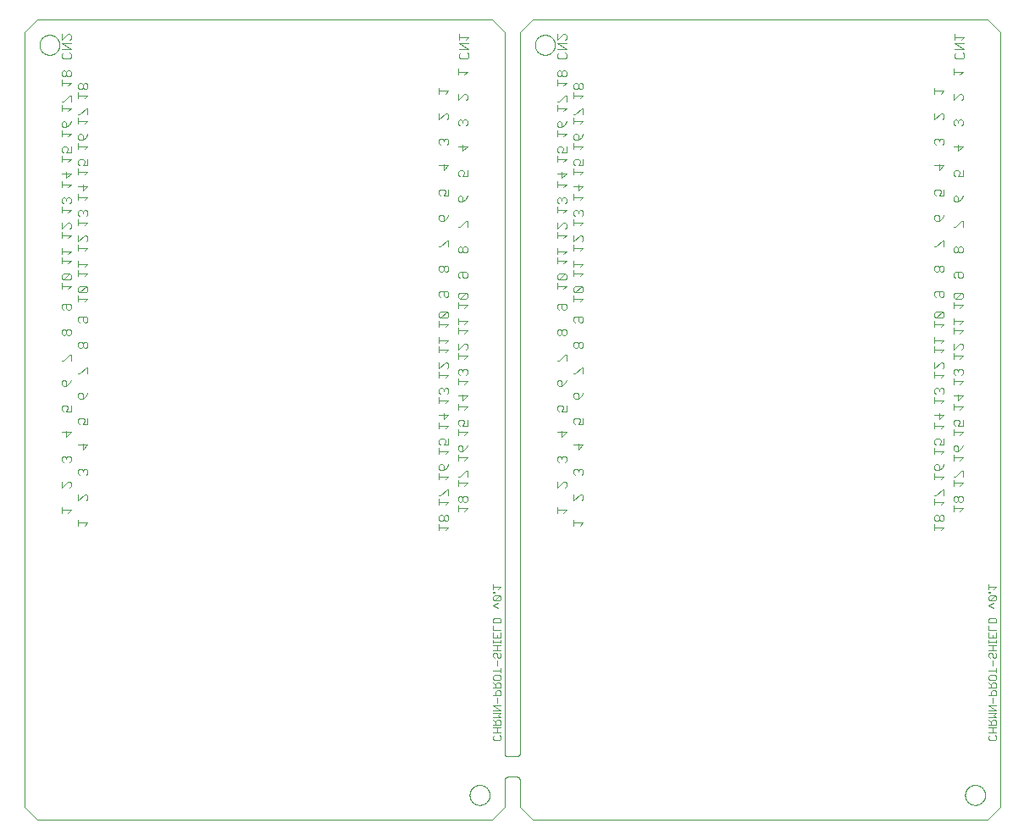
<source format=gbo>
G75*
%MOIN*%
%OFA0B0*%
%FSLAX25Y25*%
%IPPOS*%
%LPD*%
%AMOC8*
5,1,8,0,0,1.08239X$1,22.5*
%
%ADD10C,0.00000*%
%ADD11C,0.00300*%
D10*
X0001202Y0006000D02*
X0006202Y0001000D01*
X0185202Y0001000D01*
X0190202Y0006000D01*
X0190202Y0016750D01*
X0190204Y0016818D01*
X0190209Y0016885D01*
X0190218Y0016952D01*
X0190231Y0017019D01*
X0190248Y0017084D01*
X0190267Y0017149D01*
X0190291Y0017213D01*
X0190318Y0017275D01*
X0190348Y0017336D01*
X0190381Y0017394D01*
X0190417Y0017451D01*
X0190457Y0017506D01*
X0190499Y0017559D01*
X0190545Y0017610D01*
X0190592Y0017657D01*
X0190643Y0017703D01*
X0190696Y0017745D01*
X0190751Y0017785D01*
X0190808Y0017821D01*
X0190866Y0017854D01*
X0190927Y0017884D01*
X0190989Y0017911D01*
X0191053Y0017935D01*
X0191118Y0017954D01*
X0191183Y0017971D01*
X0191250Y0017984D01*
X0191317Y0017993D01*
X0191384Y0017998D01*
X0191452Y0018000D01*
X0194952Y0018000D01*
X0195020Y0017998D01*
X0195087Y0017993D01*
X0195154Y0017984D01*
X0195221Y0017971D01*
X0195286Y0017954D01*
X0195351Y0017935D01*
X0195415Y0017911D01*
X0195477Y0017884D01*
X0195538Y0017854D01*
X0195596Y0017821D01*
X0195653Y0017785D01*
X0195708Y0017745D01*
X0195761Y0017703D01*
X0195812Y0017657D01*
X0195859Y0017610D01*
X0195905Y0017559D01*
X0195947Y0017506D01*
X0195987Y0017451D01*
X0196023Y0017394D01*
X0196056Y0017336D01*
X0196086Y0017275D01*
X0196113Y0017213D01*
X0196137Y0017149D01*
X0196156Y0017084D01*
X0196173Y0017019D01*
X0196186Y0016952D01*
X0196195Y0016885D01*
X0196200Y0016818D01*
X0196202Y0016750D01*
X0196202Y0006000D01*
X0201202Y0001000D01*
X0380202Y0001000D01*
X0385202Y0006000D01*
X0385202Y0310962D01*
X0380203Y0315962D01*
X0201203Y0315999D01*
X0196202Y0310999D01*
X0196202Y0027250D01*
X0196200Y0027182D01*
X0196195Y0027115D01*
X0196186Y0027048D01*
X0196173Y0026981D01*
X0196156Y0026916D01*
X0196137Y0026851D01*
X0196113Y0026787D01*
X0196086Y0026725D01*
X0196056Y0026664D01*
X0196023Y0026606D01*
X0195987Y0026549D01*
X0195947Y0026494D01*
X0195905Y0026441D01*
X0195859Y0026390D01*
X0195812Y0026343D01*
X0195761Y0026297D01*
X0195708Y0026255D01*
X0195653Y0026215D01*
X0195596Y0026179D01*
X0195538Y0026146D01*
X0195477Y0026116D01*
X0195415Y0026089D01*
X0195351Y0026065D01*
X0195286Y0026046D01*
X0195221Y0026029D01*
X0195154Y0026016D01*
X0195087Y0026007D01*
X0195020Y0026002D01*
X0194952Y0026000D01*
X0191452Y0026000D01*
X0191384Y0026002D01*
X0191317Y0026007D01*
X0191250Y0026016D01*
X0191183Y0026029D01*
X0191118Y0026046D01*
X0191053Y0026065D01*
X0190989Y0026089D01*
X0190927Y0026116D01*
X0190866Y0026146D01*
X0190808Y0026179D01*
X0190751Y0026215D01*
X0190696Y0026255D01*
X0190643Y0026297D01*
X0190592Y0026343D01*
X0190545Y0026390D01*
X0190499Y0026441D01*
X0190457Y0026494D01*
X0190417Y0026549D01*
X0190381Y0026606D01*
X0190348Y0026664D01*
X0190318Y0026725D01*
X0190291Y0026787D01*
X0190267Y0026851D01*
X0190248Y0026916D01*
X0190231Y0026981D01*
X0190218Y0027048D01*
X0190209Y0027115D01*
X0190204Y0027182D01*
X0190202Y0027250D01*
X0190202Y0310962D01*
X0185203Y0315962D01*
X0006203Y0315999D01*
X0001202Y0310999D01*
X0001202Y0006000D01*
X0176423Y0010843D02*
X0176425Y0010968D01*
X0176431Y0011093D01*
X0176441Y0011217D01*
X0176455Y0011341D01*
X0176472Y0011465D01*
X0176494Y0011588D01*
X0176520Y0011710D01*
X0176549Y0011832D01*
X0176582Y0011952D01*
X0176620Y0012071D01*
X0176660Y0012190D01*
X0176705Y0012306D01*
X0176753Y0012421D01*
X0176805Y0012535D01*
X0176861Y0012647D01*
X0176920Y0012757D01*
X0176982Y0012865D01*
X0177048Y0012972D01*
X0177117Y0013076D01*
X0177190Y0013177D01*
X0177265Y0013277D01*
X0177344Y0013374D01*
X0177426Y0013468D01*
X0177511Y0013560D01*
X0177598Y0013649D01*
X0177689Y0013735D01*
X0177782Y0013818D01*
X0177878Y0013899D01*
X0177976Y0013976D01*
X0178076Y0014050D01*
X0178179Y0014121D01*
X0178284Y0014188D01*
X0178392Y0014253D01*
X0178501Y0014313D01*
X0178612Y0014371D01*
X0178725Y0014424D01*
X0178839Y0014474D01*
X0178955Y0014521D01*
X0179072Y0014563D01*
X0179191Y0014602D01*
X0179311Y0014638D01*
X0179432Y0014669D01*
X0179554Y0014697D01*
X0179676Y0014720D01*
X0179800Y0014740D01*
X0179924Y0014756D01*
X0180048Y0014768D01*
X0180173Y0014776D01*
X0180298Y0014780D01*
X0180422Y0014780D01*
X0180547Y0014776D01*
X0180672Y0014768D01*
X0180796Y0014756D01*
X0180920Y0014740D01*
X0181044Y0014720D01*
X0181166Y0014697D01*
X0181288Y0014669D01*
X0181409Y0014638D01*
X0181529Y0014602D01*
X0181648Y0014563D01*
X0181765Y0014521D01*
X0181881Y0014474D01*
X0181995Y0014424D01*
X0182108Y0014371D01*
X0182219Y0014313D01*
X0182329Y0014253D01*
X0182436Y0014188D01*
X0182541Y0014121D01*
X0182644Y0014050D01*
X0182744Y0013976D01*
X0182842Y0013899D01*
X0182938Y0013818D01*
X0183031Y0013735D01*
X0183122Y0013649D01*
X0183209Y0013560D01*
X0183294Y0013468D01*
X0183376Y0013374D01*
X0183455Y0013277D01*
X0183530Y0013177D01*
X0183603Y0013076D01*
X0183672Y0012972D01*
X0183738Y0012865D01*
X0183800Y0012757D01*
X0183859Y0012647D01*
X0183915Y0012535D01*
X0183967Y0012421D01*
X0184015Y0012306D01*
X0184060Y0012190D01*
X0184100Y0012071D01*
X0184138Y0011952D01*
X0184171Y0011832D01*
X0184200Y0011710D01*
X0184226Y0011588D01*
X0184248Y0011465D01*
X0184265Y0011341D01*
X0184279Y0011217D01*
X0184289Y0011093D01*
X0184295Y0010968D01*
X0184297Y0010843D01*
X0184295Y0010718D01*
X0184289Y0010593D01*
X0184279Y0010469D01*
X0184265Y0010345D01*
X0184248Y0010221D01*
X0184226Y0010098D01*
X0184200Y0009976D01*
X0184171Y0009854D01*
X0184138Y0009734D01*
X0184100Y0009615D01*
X0184060Y0009496D01*
X0184015Y0009380D01*
X0183967Y0009265D01*
X0183915Y0009151D01*
X0183859Y0009039D01*
X0183800Y0008929D01*
X0183738Y0008821D01*
X0183672Y0008714D01*
X0183603Y0008610D01*
X0183530Y0008509D01*
X0183455Y0008409D01*
X0183376Y0008312D01*
X0183294Y0008218D01*
X0183209Y0008126D01*
X0183122Y0008037D01*
X0183031Y0007951D01*
X0182938Y0007868D01*
X0182842Y0007787D01*
X0182744Y0007710D01*
X0182644Y0007636D01*
X0182541Y0007565D01*
X0182436Y0007498D01*
X0182328Y0007433D01*
X0182219Y0007373D01*
X0182108Y0007315D01*
X0181995Y0007262D01*
X0181881Y0007212D01*
X0181765Y0007165D01*
X0181648Y0007123D01*
X0181529Y0007084D01*
X0181409Y0007048D01*
X0181288Y0007017D01*
X0181166Y0006989D01*
X0181044Y0006966D01*
X0180920Y0006946D01*
X0180796Y0006930D01*
X0180672Y0006918D01*
X0180547Y0006910D01*
X0180422Y0006906D01*
X0180298Y0006906D01*
X0180173Y0006910D01*
X0180048Y0006918D01*
X0179924Y0006930D01*
X0179800Y0006946D01*
X0179676Y0006966D01*
X0179554Y0006989D01*
X0179432Y0007017D01*
X0179311Y0007048D01*
X0179191Y0007084D01*
X0179072Y0007123D01*
X0178955Y0007165D01*
X0178839Y0007212D01*
X0178725Y0007262D01*
X0178612Y0007315D01*
X0178501Y0007373D01*
X0178391Y0007433D01*
X0178284Y0007498D01*
X0178179Y0007565D01*
X0178076Y0007636D01*
X0177976Y0007710D01*
X0177878Y0007787D01*
X0177782Y0007868D01*
X0177689Y0007951D01*
X0177598Y0008037D01*
X0177511Y0008126D01*
X0177426Y0008218D01*
X0177344Y0008312D01*
X0177265Y0008409D01*
X0177190Y0008509D01*
X0177117Y0008610D01*
X0177048Y0008714D01*
X0176982Y0008821D01*
X0176920Y0008929D01*
X0176861Y0009039D01*
X0176805Y0009151D01*
X0176753Y0009265D01*
X0176705Y0009380D01*
X0176660Y0009496D01*
X0176620Y0009615D01*
X0176582Y0009734D01*
X0176549Y0009854D01*
X0176520Y0009976D01*
X0176494Y0010098D01*
X0176472Y0010221D01*
X0176455Y0010345D01*
X0176441Y0010469D01*
X0176431Y0010593D01*
X0176425Y0010718D01*
X0176423Y0010843D01*
X0371423Y0010843D02*
X0371425Y0010968D01*
X0371431Y0011093D01*
X0371441Y0011217D01*
X0371455Y0011341D01*
X0371472Y0011465D01*
X0371494Y0011588D01*
X0371520Y0011710D01*
X0371549Y0011832D01*
X0371582Y0011952D01*
X0371620Y0012071D01*
X0371660Y0012190D01*
X0371705Y0012306D01*
X0371753Y0012421D01*
X0371805Y0012535D01*
X0371861Y0012647D01*
X0371920Y0012757D01*
X0371982Y0012865D01*
X0372048Y0012972D01*
X0372117Y0013076D01*
X0372190Y0013177D01*
X0372265Y0013277D01*
X0372344Y0013374D01*
X0372426Y0013468D01*
X0372511Y0013560D01*
X0372598Y0013649D01*
X0372689Y0013735D01*
X0372782Y0013818D01*
X0372878Y0013899D01*
X0372976Y0013976D01*
X0373076Y0014050D01*
X0373179Y0014121D01*
X0373284Y0014188D01*
X0373392Y0014253D01*
X0373501Y0014313D01*
X0373612Y0014371D01*
X0373725Y0014424D01*
X0373839Y0014474D01*
X0373955Y0014521D01*
X0374072Y0014563D01*
X0374191Y0014602D01*
X0374311Y0014638D01*
X0374432Y0014669D01*
X0374554Y0014697D01*
X0374676Y0014720D01*
X0374800Y0014740D01*
X0374924Y0014756D01*
X0375048Y0014768D01*
X0375173Y0014776D01*
X0375298Y0014780D01*
X0375422Y0014780D01*
X0375547Y0014776D01*
X0375672Y0014768D01*
X0375796Y0014756D01*
X0375920Y0014740D01*
X0376044Y0014720D01*
X0376166Y0014697D01*
X0376288Y0014669D01*
X0376409Y0014638D01*
X0376529Y0014602D01*
X0376648Y0014563D01*
X0376765Y0014521D01*
X0376881Y0014474D01*
X0376995Y0014424D01*
X0377108Y0014371D01*
X0377219Y0014313D01*
X0377329Y0014253D01*
X0377436Y0014188D01*
X0377541Y0014121D01*
X0377644Y0014050D01*
X0377744Y0013976D01*
X0377842Y0013899D01*
X0377938Y0013818D01*
X0378031Y0013735D01*
X0378122Y0013649D01*
X0378209Y0013560D01*
X0378294Y0013468D01*
X0378376Y0013374D01*
X0378455Y0013277D01*
X0378530Y0013177D01*
X0378603Y0013076D01*
X0378672Y0012972D01*
X0378738Y0012865D01*
X0378800Y0012757D01*
X0378859Y0012647D01*
X0378915Y0012535D01*
X0378967Y0012421D01*
X0379015Y0012306D01*
X0379060Y0012190D01*
X0379100Y0012071D01*
X0379138Y0011952D01*
X0379171Y0011832D01*
X0379200Y0011710D01*
X0379226Y0011588D01*
X0379248Y0011465D01*
X0379265Y0011341D01*
X0379279Y0011217D01*
X0379289Y0011093D01*
X0379295Y0010968D01*
X0379297Y0010843D01*
X0379295Y0010718D01*
X0379289Y0010593D01*
X0379279Y0010469D01*
X0379265Y0010345D01*
X0379248Y0010221D01*
X0379226Y0010098D01*
X0379200Y0009976D01*
X0379171Y0009854D01*
X0379138Y0009734D01*
X0379100Y0009615D01*
X0379060Y0009496D01*
X0379015Y0009380D01*
X0378967Y0009265D01*
X0378915Y0009151D01*
X0378859Y0009039D01*
X0378800Y0008929D01*
X0378738Y0008821D01*
X0378672Y0008714D01*
X0378603Y0008610D01*
X0378530Y0008509D01*
X0378455Y0008409D01*
X0378376Y0008312D01*
X0378294Y0008218D01*
X0378209Y0008126D01*
X0378122Y0008037D01*
X0378031Y0007951D01*
X0377938Y0007868D01*
X0377842Y0007787D01*
X0377744Y0007710D01*
X0377644Y0007636D01*
X0377541Y0007565D01*
X0377436Y0007498D01*
X0377328Y0007433D01*
X0377219Y0007373D01*
X0377108Y0007315D01*
X0376995Y0007262D01*
X0376881Y0007212D01*
X0376765Y0007165D01*
X0376648Y0007123D01*
X0376529Y0007084D01*
X0376409Y0007048D01*
X0376288Y0007017D01*
X0376166Y0006989D01*
X0376044Y0006966D01*
X0375920Y0006946D01*
X0375796Y0006930D01*
X0375672Y0006918D01*
X0375547Y0006910D01*
X0375422Y0006906D01*
X0375298Y0006906D01*
X0375173Y0006910D01*
X0375048Y0006918D01*
X0374924Y0006930D01*
X0374800Y0006946D01*
X0374676Y0006966D01*
X0374554Y0006989D01*
X0374432Y0007017D01*
X0374311Y0007048D01*
X0374191Y0007084D01*
X0374072Y0007123D01*
X0373955Y0007165D01*
X0373839Y0007212D01*
X0373725Y0007262D01*
X0373612Y0007315D01*
X0373501Y0007373D01*
X0373391Y0007433D01*
X0373284Y0007498D01*
X0373179Y0007565D01*
X0373076Y0007636D01*
X0372976Y0007710D01*
X0372878Y0007787D01*
X0372782Y0007868D01*
X0372689Y0007951D01*
X0372598Y0008037D01*
X0372511Y0008126D01*
X0372426Y0008218D01*
X0372344Y0008312D01*
X0372265Y0008409D01*
X0372190Y0008509D01*
X0372117Y0008610D01*
X0372048Y0008714D01*
X0371982Y0008821D01*
X0371920Y0008929D01*
X0371861Y0009039D01*
X0371805Y0009151D01*
X0371753Y0009265D01*
X0371705Y0009380D01*
X0371660Y0009496D01*
X0371620Y0009615D01*
X0371582Y0009734D01*
X0371549Y0009854D01*
X0371520Y0009976D01*
X0371494Y0010098D01*
X0371472Y0010221D01*
X0371455Y0010345D01*
X0371441Y0010469D01*
X0371431Y0010593D01*
X0371425Y0010718D01*
X0371423Y0010843D01*
X0202132Y0306118D02*
X0202134Y0306243D01*
X0202140Y0306368D01*
X0202150Y0306492D01*
X0202164Y0306616D01*
X0202181Y0306740D01*
X0202203Y0306863D01*
X0202229Y0306985D01*
X0202258Y0307107D01*
X0202291Y0307227D01*
X0202329Y0307346D01*
X0202369Y0307465D01*
X0202414Y0307581D01*
X0202462Y0307696D01*
X0202514Y0307810D01*
X0202570Y0307922D01*
X0202629Y0308032D01*
X0202691Y0308140D01*
X0202757Y0308247D01*
X0202826Y0308351D01*
X0202899Y0308452D01*
X0202974Y0308552D01*
X0203053Y0308649D01*
X0203135Y0308743D01*
X0203220Y0308835D01*
X0203307Y0308924D01*
X0203398Y0309010D01*
X0203491Y0309093D01*
X0203587Y0309174D01*
X0203685Y0309251D01*
X0203785Y0309325D01*
X0203888Y0309396D01*
X0203993Y0309463D01*
X0204101Y0309528D01*
X0204210Y0309588D01*
X0204321Y0309646D01*
X0204434Y0309699D01*
X0204548Y0309749D01*
X0204664Y0309796D01*
X0204781Y0309838D01*
X0204900Y0309877D01*
X0205020Y0309913D01*
X0205141Y0309944D01*
X0205263Y0309972D01*
X0205385Y0309995D01*
X0205509Y0310015D01*
X0205633Y0310031D01*
X0205757Y0310043D01*
X0205882Y0310051D01*
X0206007Y0310055D01*
X0206131Y0310055D01*
X0206256Y0310051D01*
X0206381Y0310043D01*
X0206505Y0310031D01*
X0206629Y0310015D01*
X0206753Y0309995D01*
X0206875Y0309972D01*
X0206997Y0309944D01*
X0207118Y0309913D01*
X0207238Y0309877D01*
X0207357Y0309838D01*
X0207474Y0309796D01*
X0207590Y0309749D01*
X0207704Y0309699D01*
X0207817Y0309646D01*
X0207928Y0309588D01*
X0208038Y0309528D01*
X0208145Y0309463D01*
X0208250Y0309396D01*
X0208353Y0309325D01*
X0208453Y0309251D01*
X0208551Y0309174D01*
X0208647Y0309093D01*
X0208740Y0309010D01*
X0208831Y0308924D01*
X0208918Y0308835D01*
X0209003Y0308743D01*
X0209085Y0308649D01*
X0209164Y0308552D01*
X0209239Y0308452D01*
X0209312Y0308351D01*
X0209381Y0308247D01*
X0209447Y0308140D01*
X0209509Y0308032D01*
X0209568Y0307922D01*
X0209624Y0307810D01*
X0209676Y0307696D01*
X0209724Y0307581D01*
X0209769Y0307465D01*
X0209809Y0307346D01*
X0209847Y0307227D01*
X0209880Y0307107D01*
X0209909Y0306985D01*
X0209935Y0306863D01*
X0209957Y0306740D01*
X0209974Y0306616D01*
X0209988Y0306492D01*
X0209998Y0306368D01*
X0210004Y0306243D01*
X0210006Y0306118D01*
X0210004Y0305993D01*
X0209998Y0305868D01*
X0209988Y0305744D01*
X0209974Y0305620D01*
X0209957Y0305496D01*
X0209935Y0305373D01*
X0209909Y0305251D01*
X0209880Y0305129D01*
X0209847Y0305009D01*
X0209809Y0304890D01*
X0209769Y0304771D01*
X0209724Y0304655D01*
X0209676Y0304540D01*
X0209624Y0304426D01*
X0209568Y0304314D01*
X0209509Y0304204D01*
X0209447Y0304096D01*
X0209381Y0303989D01*
X0209312Y0303885D01*
X0209239Y0303784D01*
X0209164Y0303684D01*
X0209085Y0303587D01*
X0209003Y0303493D01*
X0208918Y0303401D01*
X0208831Y0303312D01*
X0208740Y0303226D01*
X0208647Y0303143D01*
X0208551Y0303062D01*
X0208453Y0302985D01*
X0208353Y0302911D01*
X0208250Y0302840D01*
X0208145Y0302773D01*
X0208037Y0302708D01*
X0207928Y0302648D01*
X0207817Y0302590D01*
X0207704Y0302537D01*
X0207590Y0302487D01*
X0207474Y0302440D01*
X0207357Y0302398D01*
X0207238Y0302359D01*
X0207118Y0302323D01*
X0206997Y0302292D01*
X0206875Y0302264D01*
X0206753Y0302241D01*
X0206629Y0302221D01*
X0206505Y0302205D01*
X0206381Y0302193D01*
X0206256Y0302185D01*
X0206131Y0302181D01*
X0206007Y0302181D01*
X0205882Y0302185D01*
X0205757Y0302193D01*
X0205633Y0302205D01*
X0205509Y0302221D01*
X0205385Y0302241D01*
X0205263Y0302264D01*
X0205141Y0302292D01*
X0205020Y0302323D01*
X0204900Y0302359D01*
X0204781Y0302398D01*
X0204664Y0302440D01*
X0204548Y0302487D01*
X0204434Y0302537D01*
X0204321Y0302590D01*
X0204210Y0302648D01*
X0204100Y0302708D01*
X0203993Y0302773D01*
X0203888Y0302840D01*
X0203785Y0302911D01*
X0203685Y0302985D01*
X0203587Y0303062D01*
X0203491Y0303143D01*
X0203398Y0303226D01*
X0203307Y0303312D01*
X0203220Y0303401D01*
X0203135Y0303493D01*
X0203053Y0303587D01*
X0202974Y0303684D01*
X0202899Y0303784D01*
X0202826Y0303885D01*
X0202757Y0303989D01*
X0202691Y0304096D01*
X0202629Y0304204D01*
X0202570Y0304314D01*
X0202514Y0304426D01*
X0202462Y0304540D01*
X0202414Y0304655D01*
X0202369Y0304771D01*
X0202329Y0304890D01*
X0202291Y0305009D01*
X0202258Y0305129D01*
X0202229Y0305251D01*
X0202203Y0305373D01*
X0202181Y0305496D01*
X0202164Y0305620D01*
X0202150Y0305744D01*
X0202140Y0305868D01*
X0202134Y0305993D01*
X0202132Y0306118D01*
X0007132Y0306118D02*
X0007134Y0306243D01*
X0007140Y0306368D01*
X0007150Y0306492D01*
X0007164Y0306616D01*
X0007181Y0306740D01*
X0007203Y0306863D01*
X0007229Y0306985D01*
X0007258Y0307107D01*
X0007291Y0307227D01*
X0007329Y0307346D01*
X0007369Y0307465D01*
X0007414Y0307581D01*
X0007462Y0307696D01*
X0007514Y0307810D01*
X0007570Y0307922D01*
X0007629Y0308032D01*
X0007691Y0308140D01*
X0007757Y0308247D01*
X0007826Y0308351D01*
X0007899Y0308452D01*
X0007974Y0308552D01*
X0008053Y0308649D01*
X0008135Y0308743D01*
X0008220Y0308835D01*
X0008307Y0308924D01*
X0008398Y0309010D01*
X0008491Y0309093D01*
X0008587Y0309174D01*
X0008685Y0309251D01*
X0008785Y0309325D01*
X0008888Y0309396D01*
X0008993Y0309463D01*
X0009101Y0309528D01*
X0009210Y0309588D01*
X0009321Y0309646D01*
X0009434Y0309699D01*
X0009548Y0309749D01*
X0009664Y0309796D01*
X0009781Y0309838D01*
X0009900Y0309877D01*
X0010020Y0309913D01*
X0010141Y0309944D01*
X0010263Y0309972D01*
X0010385Y0309995D01*
X0010509Y0310015D01*
X0010633Y0310031D01*
X0010757Y0310043D01*
X0010882Y0310051D01*
X0011007Y0310055D01*
X0011131Y0310055D01*
X0011256Y0310051D01*
X0011381Y0310043D01*
X0011505Y0310031D01*
X0011629Y0310015D01*
X0011753Y0309995D01*
X0011875Y0309972D01*
X0011997Y0309944D01*
X0012118Y0309913D01*
X0012238Y0309877D01*
X0012357Y0309838D01*
X0012474Y0309796D01*
X0012590Y0309749D01*
X0012704Y0309699D01*
X0012817Y0309646D01*
X0012928Y0309588D01*
X0013038Y0309528D01*
X0013145Y0309463D01*
X0013250Y0309396D01*
X0013353Y0309325D01*
X0013453Y0309251D01*
X0013551Y0309174D01*
X0013647Y0309093D01*
X0013740Y0309010D01*
X0013831Y0308924D01*
X0013918Y0308835D01*
X0014003Y0308743D01*
X0014085Y0308649D01*
X0014164Y0308552D01*
X0014239Y0308452D01*
X0014312Y0308351D01*
X0014381Y0308247D01*
X0014447Y0308140D01*
X0014509Y0308032D01*
X0014568Y0307922D01*
X0014624Y0307810D01*
X0014676Y0307696D01*
X0014724Y0307581D01*
X0014769Y0307465D01*
X0014809Y0307346D01*
X0014847Y0307227D01*
X0014880Y0307107D01*
X0014909Y0306985D01*
X0014935Y0306863D01*
X0014957Y0306740D01*
X0014974Y0306616D01*
X0014988Y0306492D01*
X0014998Y0306368D01*
X0015004Y0306243D01*
X0015006Y0306118D01*
X0015004Y0305993D01*
X0014998Y0305868D01*
X0014988Y0305744D01*
X0014974Y0305620D01*
X0014957Y0305496D01*
X0014935Y0305373D01*
X0014909Y0305251D01*
X0014880Y0305129D01*
X0014847Y0305009D01*
X0014809Y0304890D01*
X0014769Y0304771D01*
X0014724Y0304655D01*
X0014676Y0304540D01*
X0014624Y0304426D01*
X0014568Y0304314D01*
X0014509Y0304204D01*
X0014447Y0304096D01*
X0014381Y0303989D01*
X0014312Y0303885D01*
X0014239Y0303784D01*
X0014164Y0303684D01*
X0014085Y0303587D01*
X0014003Y0303493D01*
X0013918Y0303401D01*
X0013831Y0303312D01*
X0013740Y0303226D01*
X0013647Y0303143D01*
X0013551Y0303062D01*
X0013453Y0302985D01*
X0013353Y0302911D01*
X0013250Y0302840D01*
X0013145Y0302773D01*
X0013037Y0302708D01*
X0012928Y0302648D01*
X0012817Y0302590D01*
X0012704Y0302537D01*
X0012590Y0302487D01*
X0012474Y0302440D01*
X0012357Y0302398D01*
X0012238Y0302359D01*
X0012118Y0302323D01*
X0011997Y0302292D01*
X0011875Y0302264D01*
X0011753Y0302241D01*
X0011629Y0302221D01*
X0011505Y0302205D01*
X0011381Y0302193D01*
X0011256Y0302185D01*
X0011131Y0302181D01*
X0011007Y0302181D01*
X0010882Y0302185D01*
X0010757Y0302193D01*
X0010633Y0302205D01*
X0010509Y0302221D01*
X0010385Y0302241D01*
X0010263Y0302264D01*
X0010141Y0302292D01*
X0010020Y0302323D01*
X0009900Y0302359D01*
X0009781Y0302398D01*
X0009664Y0302440D01*
X0009548Y0302487D01*
X0009434Y0302537D01*
X0009321Y0302590D01*
X0009210Y0302648D01*
X0009100Y0302708D01*
X0008993Y0302773D01*
X0008888Y0302840D01*
X0008785Y0302911D01*
X0008685Y0302985D01*
X0008587Y0303062D01*
X0008491Y0303143D01*
X0008398Y0303226D01*
X0008307Y0303312D01*
X0008220Y0303401D01*
X0008135Y0303493D01*
X0008053Y0303587D01*
X0007974Y0303684D01*
X0007899Y0303784D01*
X0007826Y0303885D01*
X0007757Y0303989D01*
X0007691Y0304096D01*
X0007629Y0304204D01*
X0007570Y0304314D01*
X0007514Y0304426D01*
X0007462Y0304540D01*
X0007414Y0304655D01*
X0007369Y0304771D01*
X0007329Y0304890D01*
X0007291Y0305009D01*
X0007258Y0305129D01*
X0007229Y0305251D01*
X0007203Y0305373D01*
X0007181Y0305496D01*
X0007164Y0305620D01*
X0007150Y0305744D01*
X0007140Y0305868D01*
X0007134Y0305993D01*
X0007132Y0306118D01*
D11*
X0015852Y0306777D02*
X0019556Y0306777D01*
X0018938Y0307992D02*
X0019556Y0308609D01*
X0019556Y0309843D01*
X0018938Y0310460D01*
X0018321Y0310460D01*
X0015852Y0307992D01*
X0015852Y0310460D01*
X0015852Y0306777D02*
X0019556Y0304308D01*
X0015852Y0304308D01*
X0016470Y0303094D02*
X0015852Y0302477D01*
X0015852Y0301242D01*
X0016470Y0300625D01*
X0018938Y0300625D01*
X0019556Y0301242D01*
X0019556Y0302477D01*
X0018938Y0303094D01*
X0018938Y0296119D02*
X0018321Y0296119D01*
X0017704Y0295502D01*
X0017704Y0294267D01*
X0018321Y0293650D01*
X0018938Y0293650D01*
X0019556Y0294267D01*
X0019556Y0295502D01*
X0018938Y0296119D01*
X0017704Y0295502D02*
X0017087Y0296119D01*
X0016470Y0296119D01*
X0015852Y0295502D01*
X0015852Y0294267D01*
X0016470Y0293650D01*
X0017087Y0293650D01*
X0017704Y0294267D01*
X0015852Y0292436D02*
X0015852Y0289967D01*
X0015852Y0291201D02*
X0019556Y0291201D01*
X0018321Y0289967D01*
X0018938Y0286119D02*
X0016470Y0283650D01*
X0015852Y0283650D01*
X0015852Y0282436D02*
X0015852Y0279967D01*
X0015852Y0281201D02*
X0019556Y0281201D01*
X0018321Y0279967D01*
X0019556Y0283650D02*
X0019556Y0286119D01*
X0018938Y0286119D01*
X0022352Y0286201D02*
X0026056Y0286201D01*
X0024821Y0284967D01*
X0022352Y0284967D02*
X0022352Y0287436D01*
X0022970Y0288650D02*
X0023587Y0288650D01*
X0024204Y0289267D01*
X0024204Y0290502D01*
X0023587Y0291119D01*
X0022970Y0291119D01*
X0022352Y0290502D01*
X0022352Y0289267D01*
X0022970Y0288650D01*
X0024204Y0289267D02*
X0024821Y0288650D01*
X0025438Y0288650D01*
X0026056Y0289267D01*
X0026056Y0290502D01*
X0025438Y0291119D01*
X0024821Y0291119D01*
X0024204Y0290502D01*
X0025438Y0281119D02*
X0022970Y0278650D01*
X0022352Y0278650D01*
X0022352Y0277436D02*
X0022352Y0274967D01*
X0022352Y0276201D02*
X0026056Y0276201D01*
X0024821Y0274967D01*
X0026056Y0278650D02*
X0026056Y0281119D01*
X0025438Y0281119D01*
X0019556Y0276119D02*
X0018938Y0274884D01*
X0017704Y0273650D01*
X0017704Y0275502D01*
X0017087Y0276119D01*
X0016470Y0276119D01*
X0015852Y0275502D01*
X0015852Y0274267D01*
X0016470Y0273650D01*
X0017704Y0273650D01*
X0015852Y0272436D02*
X0015852Y0269967D01*
X0015852Y0271201D02*
X0019556Y0271201D01*
X0018321Y0269967D01*
X0022352Y0270502D02*
X0022352Y0269267D01*
X0022970Y0268650D01*
X0024204Y0268650D01*
X0024204Y0270502D01*
X0023587Y0271119D01*
X0022970Y0271119D01*
X0022352Y0270502D01*
X0024204Y0268650D02*
X0025438Y0269884D01*
X0026056Y0271119D01*
X0022352Y0267436D02*
X0022352Y0264967D01*
X0022352Y0266201D02*
X0026056Y0266201D01*
X0024821Y0264967D01*
X0024204Y0261119D02*
X0022970Y0261119D01*
X0022352Y0260502D01*
X0022352Y0259267D01*
X0022970Y0258650D01*
X0024204Y0258650D02*
X0024821Y0259884D01*
X0024821Y0260502D01*
X0024204Y0261119D01*
X0026056Y0261119D02*
X0026056Y0258650D01*
X0024204Y0258650D01*
X0022352Y0257436D02*
X0022352Y0254967D01*
X0022352Y0256201D02*
X0026056Y0256201D01*
X0024821Y0254967D01*
X0024204Y0251119D02*
X0024204Y0248650D01*
X0026056Y0250502D01*
X0022352Y0250502D01*
X0019556Y0251201D02*
X0015852Y0251201D01*
X0015852Y0249967D02*
X0015852Y0252436D01*
X0017704Y0253650D02*
X0017704Y0256119D01*
X0019556Y0255502D02*
X0017704Y0253650D01*
X0015852Y0255502D02*
X0019556Y0255502D01*
X0019556Y0251201D02*
X0018321Y0249967D01*
X0018321Y0246119D02*
X0017704Y0245502D01*
X0017087Y0246119D01*
X0016470Y0246119D01*
X0015852Y0245502D01*
X0015852Y0244267D01*
X0016470Y0243650D01*
X0015852Y0242436D02*
X0015852Y0239967D01*
X0015852Y0241201D02*
X0019556Y0241201D01*
X0018321Y0239967D01*
X0018938Y0243650D02*
X0019556Y0244267D01*
X0019556Y0245502D01*
X0018938Y0246119D01*
X0018321Y0246119D01*
X0017704Y0245502D02*
X0017704Y0244884D01*
X0022352Y0244967D02*
X0022352Y0247436D01*
X0022352Y0246201D02*
X0026056Y0246201D01*
X0024821Y0244967D01*
X0024821Y0241119D02*
X0024204Y0240502D01*
X0023587Y0241119D01*
X0022970Y0241119D01*
X0022352Y0240502D01*
X0022352Y0239267D01*
X0022970Y0238650D01*
X0022352Y0237436D02*
X0022352Y0234967D01*
X0022352Y0236201D02*
X0026056Y0236201D01*
X0024821Y0234967D01*
X0025438Y0238650D02*
X0026056Y0239267D01*
X0026056Y0240502D01*
X0025438Y0241119D01*
X0024821Y0241119D01*
X0024204Y0240502D02*
X0024204Y0239884D01*
X0019556Y0235502D02*
X0019556Y0234267D01*
X0018938Y0233650D01*
X0019556Y0235502D02*
X0018938Y0236119D01*
X0018321Y0236119D01*
X0015852Y0233650D01*
X0015852Y0236119D01*
X0015852Y0232436D02*
X0015852Y0229967D01*
X0015852Y0231201D02*
X0019556Y0231201D01*
X0018321Y0229967D01*
X0022352Y0231119D02*
X0022352Y0228650D01*
X0024821Y0231119D01*
X0025438Y0231119D01*
X0026056Y0230502D01*
X0026056Y0229267D01*
X0025438Y0228650D01*
X0026056Y0226201D02*
X0022352Y0226201D01*
X0022352Y0224967D02*
X0022352Y0227436D01*
X0024821Y0224967D02*
X0026056Y0226201D01*
X0019556Y0224884D02*
X0015852Y0224884D01*
X0015852Y0223650D02*
X0015852Y0226119D01*
X0018321Y0223650D02*
X0019556Y0224884D01*
X0019556Y0221201D02*
X0015852Y0221201D01*
X0015852Y0219967D02*
X0015852Y0222436D01*
X0018321Y0219967D02*
X0019556Y0221201D01*
X0022352Y0221119D02*
X0022352Y0218650D01*
X0022352Y0217436D02*
X0022352Y0214967D01*
X0022352Y0216201D02*
X0026056Y0216201D01*
X0024821Y0214967D01*
X0024821Y0218650D02*
X0026056Y0219884D01*
X0022352Y0219884D01*
X0018938Y0216119D02*
X0016470Y0213650D01*
X0015852Y0214267D01*
X0015852Y0215502D01*
X0016470Y0216119D01*
X0018938Y0216119D01*
X0019556Y0215502D01*
X0019556Y0214267D01*
X0018938Y0213650D01*
X0016470Y0213650D01*
X0015852Y0212436D02*
X0015852Y0209967D01*
X0015852Y0211201D02*
X0019556Y0211201D01*
X0018321Y0209967D01*
X0022352Y0210502D02*
X0022352Y0209267D01*
X0022970Y0208650D01*
X0025438Y0211119D01*
X0022970Y0211119D01*
X0022352Y0210502D01*
X0022970Y0208650D02*
X0025438Y0208650D01*
X0026056Y0209267D01*
X0026056Y0210502D01*
X0025438Y0211119D01*
X0022352Y0207436D02*
X0022352Y0204967D01*
X0022352Y0206201D02*
X0026056Y0206201D01*
X0024821Y0204967D01*
X0019556Y0203660D02*
X0019556Y0202426D01*
X0018938Y0201808D01*
X0018321Y0201808D01*
X0017704Y0202426D01*
X0017704Y0204277D01*
X0018938Y0204277D02*
X0019556Y0203660D01*
X0018938Y0204277D02*
X0016470Y0204277D01*
X0015852Y0203660D01*
X0015852Y0202426D01*
X0016470Y0201808D01*
X0022352Y0198660D02*
X0022970Y0199277D01*
X0025438Y0199277D01*
X0026056Y0198660D01*
X0026056Y0197426D01*
X0025438Y0196808D01*
X0024821Y0196808D01*
X0024204Y0197426D01*
X0024204Y0199277D01*
X0022352Y0198660D02*
X0022352Y0197426D01*
X0022970Y0196808D01*
X0019556Y0193660D02*
X0018938Y0194277D01*
X0018321Y0194277D01*
X0017704Y0193660D01*
X0017704Y0192426D01*
X0018321Y0191808D01*
X0018938Y0191808D01*
X0019556Y0192426D01*
X0019556Y0193660D01*
X0017704Y0193660D02*
X0017087Y0194277D01*
X0016470Y0194277D01*
X0015852Y0193660D01*
X0015852Y0192426D01*
X0016470Y0191808D01*
X0017087Y0191808D01*
X0017704Y0192426D01*
X0022352Y0188660D02*
X0022352Y0187426D01*
X0022970Y0186808D01*
X0023587Y0186808D01*
X0024204Y0187426D01*
X0024204Y0188660D01*
X0023587Y0189277D01*
X0022970Y0189277D01*
X0022352Y0188660D01*
X0024204Y0188660D02*
X0024821Y0189277D01*
X0025438Y0189277D01*
X0026056Y0188660D01*
X0026056Y0187426D01*
X0025438Y0186808D01*
X0024821Y0186808D01*
X0024204Y0187426D01*
X0019556Y0184277D02*
X0018938Y0184277D01*
X0016470Y0181808D01*
X0015852Y0181808D01*
X0019556Y0181808D02*
X0019556Y0184277D01*
X0025438Y0179277D02*
X0022970Y0176808D01*
X0022352Y0176808D01*
X0026056Y0176808D02*
X0026056Y0179277D01*
X0025438Y0179277D01*
X0019556Y0174277D02*
X0018938Y0173043D01*
X0017704Y0171808D01*
X0017704Y0173660D01*
X0017087Y0174277D01*
X0016470Y0174277D01*
X0015852Y0173660D01*
X0015852Y0172426D01*
X0016470Y0171808D01*
X0017704Y0171808D01*
X0022352Y0168660D02*
X0022970Y0169277D01*
X0023587Y0169277D01*
X0024204Y0168660D01*
X0024204Y0166808D01*
X0022970Y0166808D01*
X0022352Y0167426D01*
X0022352Y0168660D01*
X0024204Y0166808D02*
X0025438Y0168043D01*
X0026056Y0169277D01*
X0019556Y0164277D02*
X0019556Y0161808D01*
X0017704Y0161808D01*
X0018321Y0163043D01*
X0018321Y0163660D01*
X0017704Y0164277D01*
X0016470Y0164277D01*
X0015852Y0163660D01*
X0015852Y0162426D01*
X0016470Y0161808D01*
X0022352Y0158660D02*
X0022352Y0157426D01*
X0022970Y0156808D01*
X0024204Y0156808D02*
X0024821Y0158043D01*
X0024821Y0158660D01*
X0024204Y0159277D01*
X0022970Y0159277D01*
X0022352Y0158660D01*
X0024204Y0156808D02*
X0026056Y0156808D01*
X0026056Y0159277D01*
X0019556Y0153660D02*
X0015852Y0153660D01*
X0017704Y0154277D02*
X0017704Y0151808D01*
X0019556Y0153660D01*
X0024204Y0149277D02*
X0024204Y0146808D01*
X0026056Y0148660D01*
X0022352Y0148660D01*
X0018938Y0144277D02*
X0018321Y0144277D01*
X0017704Y0143660D01*
X0017087Y0144277D01*
X0016470Y0144277D01*
X0015852Y0143660D01*
X0015852Y0142426D01*
X0016470Y0141808D01*
X0017704Y0143043D02*
X0017704Y0143660D01*
X0018938Y0144277D02*
X0019556Y0143660D01*
X0019556Y0142426D01*
X0018938Y0141808D01*
X0022352Y0138660D02*
X0022352Y0137426D01*
X0022970Y0136808D01*
X0024204Y0138043D02*
X0024204Y0138660D01*
X0023587Y0139277D01*
X0022970Y0139277D01*
X0022352Y0138660D01*
X0024204Y0138660D02*
X0024821Y0139277D01*
X0025438Y0139277D01*
X0026056Y0138660D01*
X0026056Y0137426D01*
X0025438Y0136808D01*
X0019556Y0133660D02*
X0019556Y0132426D01*
X0018938Y0131808D01*
X0019556Y0133660D02*
X0018938Y0134277D01*
X0018321Y0134277D01*
X0015852Y0131808D01*
X0015852Y0134277D01*
X0022352Y0129277D02*
X0022352Y0126808D01*
X0024821Y0129277D01*
X0025438Y0129277D01*
X0026056Y0128660D01*
X0026056Y0127426D01*
X0025438Y0126808D01*
X0019556Y0123043D02*
X0015852Y0123043D01*
X0015852Y0124277D02*
X0015852Y0121808D01*
X0018321Y0121808D02*
X0019556Y0123043D01*
X0022352Y0119277D02*
X0022352Y0116808D01*
X0022352Y0118043D02*
X0026056Y0118043D01*
X0024821Y0116808D01*
X0164352Y0116201D02*
X0168056Y0116201D01*
X0166821Y0114967D01*
X0164352Y0114967D02*
X0164352Y0117436D01*
X0164970Y0118650D02*
X0165587Y0118650D01*
X0166204Y0119267D01*
X0166204Y0120502D01*
X0165587Y0121119D01*
X0164970Y0121119D01*
X0164352Y0120502D01*
X0164352Y0119267D01*
X0164970Y0118650D01*
X0166204Y0119267D02*
X0166821Y0118650D01*
X0167438Y0118650D01*
X0168056Y0119267D01*
X0168056Y0120502D01*
X0167438Y0121119D01*
X0166821Y0121119D01*
X0166204Y0120502D01*
X0166821Y0124967D02*
X0168056Y0126201D01*
X0164352Y0126201D01*
X0164352Y0124967D02*
X0164352Y0127436D01*
X0164352Y0128650D02*
X0164970Y0128650D01*
X0167438Y0131119D01*
X0168056Y0131119D01*
X0168056Y0128650D01*
X0171852Y0128002D02*
X0171852Y0126767D01*
X0172470Y0126150D01*
X0173087Y0126150D01*
X0173704Y0126767D01*
X0173704Y0128002D01*
X0173087Y0128619D01*
X0172470Y0128619D01*
X0171852Y0128002D01*
X0173704Y0128002D02*
X0174321Y0128619D01*
X0174938Y0128619D01*
X0175556Y0128002D01*
X0175556Y0126767D01*
X0174938Y0126150D01*
X0174321Y0126150D01*
X0173704Y0126767D01*
X0171852Y0124936D02*
X0171852Y0122467D01*
X0171852Y0123701D02*
X0175556Y0123701D01*
X0174321Y0122467D01*
X0174321Y0132467D02*
X0175556Y0133701D01*
X0171852Y0133701D01*
X0171852Y0132467D02*
X0171852Y0134936D01*
X0171852Y0136150D02*
X0172470Y0136150D01*
X0174938Y0138619D01*
X0175556Y0138619D01*
X0175556Y0136150D01*
X0174321Y0142467D02*
X0175556Y0143701D01*
X0171852Y0143701D01*
X0171852Y0142467D02*
X0171852Y0144936D01*
X0172470Y0146150D02*
X0171852Y0146767D01*
X0171852Y0148002D01*
X0172470Y0148619D01*
X0173087Y0148619D01*
X0173704Y0148002D01*
X0173704Y0146150D01*
X0172470Y0146150D01*
X0173704Y0146150D02*
X0174938Y0147384D01*
X0175556Y0148619D01*
X0174321Y0152467D02*
X0175556Y0153701D01*
X0171852Y0153701D01*
X0171852Y0152467D02*
X0171852Y0154936D01*
X0172470Y0156150D02*
X0171852Y0156767D01*
X0171852Y0158002D01*
X0172470Y0158619D01*
X0173704Y0158619D01*
X0174321Y0158002D01*
X0174321Y0157384D01*
X0173704Y0156150D01*
X0175556Y0156150D01*
X0175556Y0158619D01*
X0174321Y0162467D02*
X0175556Y0163701D01*
X0171852Y0163701D01*
X0171852Y0162467D02*
X0171852Y0164936D01*
X0173704Y0166150D02*
X0173704Y0168619D01*
X0175556Y0168002D02*
X0173704Y0166150D01*
X0171852Y0168002D02*
X0175556Y0168002D01*
X0174321Y0172467D02*
X0175556Y0173701D01*
X0171852Y0173701D01*
X0171852Y0172467D02*
X0171852Y0174936D01*
X0172470Y0176150D02*
X0171852Y0176767D01*
X0171852Y0178002D01*
X0172470Y0178619D01*
X0173087Y0178619D01*
X0173704Y0178002D01*
X0173704Y0177384D01*
X0173704Y0178002D02*
X0174321Y0178619D01*
X0174938Y0178619D01*
X0175556Y0178002D01*
X0175556Y0176767D01*
X0174938Y0176150D01*
X0174321Y0182467D02*
X0175556Y0183701D01*
X0171852Y0183701D01*
X0171852Y0182467D02*
X0171852Y0184936D01*
X0171852Y0186150D02*
X0174321Y0188619D01*
X0174938Y0188619D01*
X0175556Y0188002D01*
X0175556Y0186767D01*
X0174938Y0186150D01*
X0171852Y0186150D02*
X0171852Y0188619D01*
X0171852Y0192467D02*
X0171852Y0194936D01*
X0171852Y0196150D02*
X0171852Y0198619D01*
X0171852Y0197384D02*
X0175556Y0197384D01*
X0174321Y0196150D01*
X0175556Y0193701D02*
X0171852Y0193701D01*
X0174321Y0192467D02*
X0175556Y0193701D01*
X0168056Y0196201D02*
X0164352Y0196201D01*
X0164352Y0194967D02*
X0164352Y0197436D01*
X0164970Y0198650D02*
X0167438Y0201119D01*
X0164970Y0201119D01*
X0164352Y0200502D01*
X0164352Y0199267D01*
X0164970Y0198650D01*
X0167438Y0198650D01*
X0168056Y0199267D01*
X0168056Y0200502D01*
X0167438Y0201119D01*
X0171852Y0202467D02*
X0171852Y0204936D01*
X0171852Y0203701D02*
X0175556Y0203701D01*
X0174321Y0202467D01*
X0174938Y0206150D02*
X0172470Y0206150D01*
X0174938Y0208619D01*
X0172470Y0208619D01*
X0171852Y0208002D01*
X0171852Y0206767D01*
X0172470Y0206150D01*
X0174938Y0206150D02*
X0175556Y0206767D01*
X0175556Y0208002D01*
X0174938Y0208619D01*
X0174938Y0214308D02*
X0174321Y0214308D01*
X0173704Y0214926D01*
X0173704Y0216777D01*
X0172470Y0216777D02*
X0174938Y0216777D01*
X0175556Y0216160D01*
X0175556Y0214926D01*
X0174938Y0214308D01*
X0172470Y0214308D02*
X0171852Y0214926D01*
X0171852Y0216160D01*
X0172470Y0216777D01*
X0168056Y0217426D02*
X0168056Y0218660D01*
X0167438Y0219277D01*
X0166821Y0219277D01*
X0166204Y0218660D01*
X0166204Y0217426D01*
X0166821Y0216808D01*
X0167438Y0216808D01*
X0168056Y0217426D01*
X0166204Y0217426D02*
X0165587Y0216808D01*
X0164970Y0216808D01*
X0164352Y0217426D01*
X0164352Y0218660D01*
X0164970Y0219277D01*
X0165587Y0219277D01*
X0166204Y0218660D01*
X0172470Y0224308D02*
X0173087Y0224308D01*
X0173704Y0224926D01*
X0173704Y0226160D01*
X0173087Y0226777D01*
X0172470Y0226777D01*
X0171852Y0226160D01*
X0171852Y0224926D01*
X0172470Y0224308D01*
X0173704Y0224926D02*
X0174321Y0224308D01*
X0174938Y0224308D01*
X0175556Y0224926D01*
X0175556Y0226160D01*
X0174938Y0226777D01*
X0174321Y0226777D01*
X0173704Y0226160D01*
X0168056Y0226808D02*
X0168056Y0229277D01*
X0167438Y0229277D01*
X0164970Y0226808D01*
X0164352Y0226808D01*
X0171852Y0234308D02*
X0172470Y0234308D01*
X0174938Y0236777D01*
X0175556Y0236777D01*
X0175556Y0234308D01*
X0167438Y0238043D02*
X0166204Y0236808D01*
X0166204Y0238660D01*
X0165587Y0239277D01*
X0164970Y0239277D01*
X0164352Y0238660D01*
X0164352Y0237426D01*
X0164970Y0236808D01*
X0166204Y0236808D01*
X0167438Y0238043D02*
X0168056Y0239277D01*
X0172470Y0244308D02*
X0171852Y0244926D01*
X0171852Y0246160D01*
X0172470Y0246777D01*
X0173087Y0246777D01*
X0173704Y0246160D01*
X0173704Y0244308D01*
X0172470Y0244308D01*
X0173704Y0244308D02*
X0174938Y0245543D01*
X0175556Y0246777D01*
X0168056Y0246808D02*
X0166204Y0246808D01*
X0166821Y0248043D01*
X0166821Y0248660D01*
X0166204Y0249277D01*
X0164970Y0249277D01*
X0164352Y0248660D01*
X0164352Y0247426D01*
X0164970Y0246808D01*
X0168056Y0246808D02*
X0168056Y0249277D01*
X0172470Y0254308D02*
X0171852Y0254926D01*
X0171852Y0256160D01*
X0172470Y0256777D01*
X0173704Y0256777D01*
X0174321Y0256160D01*
X0174321Y0255543D01*
X0173704Y0254308D01*
X0175556Y0254308D01*
X0175556Y0256777D01*
X0168056Y0258660D02*
X0166204Y0256808D01*
X0166204Y0259277D01*
X0164352Y0258660D02*
X0168056Y0258660D01*
X0173704Y0264308D02*
X0173704Y0266777D01*
X0175556Y0266160D02*
X0173704Y0264308D01*
X0171852Y0266160D02*
X0175556Y0266160D01*
X0168056Y0267426D02*
X0168056Y0268660D01*
X0167438Y0269277D01*
X0166821Y0269277D01*
X0166204Y0268660D01*
X0165587Y0269277D01*
X0164970Y0269277D01*
X0164352Y0268660D01*
X0164352Y0267426D01*
X0164970Y0266808D01*
X0166204Y0268043D02*
X0166204Y0268660D01*
X0167438Y0266808D02*
X0168056Y0267426D01*
X0172470Y0274308D02*
X0171852Y0274926D01*
X0171852Y0276160D01*
X0172470Y0276777D01*
X0173087Y0276777D01*
X0173704Y0276160D01*
X0173704Y0275543D01*
X0173704Y0276160D02*
X0174321Y0276777D01*
X0174938Y0276777D01*
X0175556Y0276160D01*
X0175556Y0274926D01*
X0174938Y0274308D01*
X0168056Y0277426D02*
X0167438Y0276808D01*
X0168056Y0277426D02*
X0168056Y0278660D01*
X0167438Y0279277D01*
X0166821Y0279277D01*
X0164352Y0276808D01*
X0164352Y0279277D01*
X0164352Y0286808D02*
X0164352Y0289277D01*
X0164352Y0288043D02*
X0168056Y0288043D01*
X0166821Y0286808D01*
X0171852Y0286777D02*
X0171852Y0284308D01*
X0174321Y0286777D01*
X0174938Y0286777D01*
X0175556Y0286160D01*
X0175556Y0284926D01*
X0174938Y0284308D01*
X0174321Y0294308D02*
X0175556Y0295543D01*
X0171852Y0295543D01*
X0171852Y0296777D02*
X0171852Y0294308D01*
X0172970Y0300625D02*
X0172352Y0301242D01*
X0172352Y0302477D01*
X0172970Y0303094D01*
X0172352Y0304308D02*
X0176056Y0304308D01*
X0172352Y0306777D01*
X0176056Y0306777D01*
X0174821Y0307992D02*
X0176056Y0309226D01*
X0172352Y0309226D01*
X0172352Y0307992D02*
X0172352Y0310460D01*
X0175438Y0303094D02*
X0176056Y0302477D01*
X0176056Y0301242D01*
X0175438Y0300625D01*
X0172970Y0300625D01*
X0210852Y0301242D02*
X0211470Y0300625D01*
X0213938Y0300625D01*
X0214556Y0301242D01*
X0214556Y0302477D01*
X0213938Y0303094D01*
X0214556Y0304308D02*
X0210852Y0306777D01*
X0214556Y0306777D01*
X0213938Y0307992D02*
X0214556Y0308609D01*
X0214556Y0309843D01*
X0213938Y0310460D01*
X0213321Y0310460D01*
X0210852Y0307992D01*
X0210852Y0310460D01*
X0210852Y0304308D02*
X0214556Y0304308D01*
X0211470Y0303094D02*
X0210852Y0302477D01*
X0210852Y0301242D01*
X0211470Y0296119D02*
X0210852Y0295502D01*
X0210852Y0294267D01*
X0211470Y0293650D01*
X0212087Y0293650D01*
X0212704Y0294267D01*
X0212704Y0295502D01*
X0212087Y0296119D01*
X0211470Y0296119D01*
X0212704Y0295502D02*
X0213321Y0296119D01*
X0213938Y0296119D01*
X0214556Y0295502D01*
X0214556Y0294267D01*
X0213938Y0293650D01*
X0213321Y0293650D01*
X0212704Y0294267D01*
X0210852Y0292436D02*
X0210852Y0289967D01*
X0210852Y0291201D02*
X0214556Y0291201D01*
X0213321Y0289967D01*
X0213938Y0286119D02*
X0211470Y0283650D01*
X0210852Y0283650D01*
X0210852Y0282436D02*
X0210852Y0279967D01*
X0210852Y0281201D02*
X0214556Y0281201D01*
X0213321Y0279967D01*
X0214556Y0283650D02*
X0214556Y0286119D01*
X0213938Y0286119D01*
X0217352Y0286201D02*
X0221056Y0286201D01*
X0219821Y0284967D01*
X0217352Y0284967D02*
X0217352Y0287436D01*
X0217970Y0288650D02*
X0218587Y0288650D01*
X0219204Y0289267D01*
X0219204Y0290502D01*
X0218587Y0291119D01*
X0217970Y0291119D01*
X0217352Y0290502D01*
X0217352Y0289267D01*
X0217970Y0288650D01*
X0219204Y0289267D02*
X0219821Y0288650D01*
X0220438Y0288650D01*
X0221056Y0289267D01*
X0221056Y0290502D01*
X0220438Y0291119D01*
X0219821Y0291119D01*
X0219204Y0290502D01*
X0220438Y0281119D02*
X0217970Y0278650D01*
X0217352Y0278650D01*
X0217352Y0277436D02*
X0217352Y0274967D01*
X0217352Y0276201D02*
X0221056Y0276201D01*
X0219821Y0274967D01*
X0221056Y0278650D02*
X0221056Y0281119D01*
X0220438Y0281119D01*
X0214556Y0276119D02*
X0213938Y0274884D01*
X0212704Y0273650D01*
X0212704Y0275502D01*
X0212087Y0276119D01*
X0211470Y0276119D01*
X0210852Y0275502D01*
X0210852Y0274267D01*
X0211470Y0273650D01*
X0212704Y0273650D01*
X0210852Y0272436D02*
X0210852Y0269967D01*
X0210852Y0271201D02*
X0214556Y0271201D01*
X0213321Y0269967D01*
X0217352Y0270502D02*
X0217352Y0269267D01*
X0217970Y0268650D01*
X0219204Y0268650D01*
X0219204Y0270502D01*
X0218587Y0271119D01*
X0217970Y0271119D01*
X0217352Y0270502D01*
X0219204Y0268650D02*
X0220438Y0269884D01*
X0221056Y0271119D01*
X0217352Y0267436D02*
X0217352Y0264967D01*
X0217352Y0266201D02*
X0221056Y0266201D01*
X0219821Y0264967D01*
X0219204Y0261119D02*
X0217970Y0261119D01*
X0217352Y0260502D01*
X0217352Y0259267D01*
X0217970Y0258650D01*
X0219204Y0258650D02*
X0219821Y0259884D01*
X0219821Y0260502D01*
X0219204Y0261119D01*
X0221056Y0261119D02*
X0221056Y0258650D01*
X0219204Y0258650D01*
X0217352Y0257436D02*
X0217352Y0254967D01*
X0217352Y0256201D02*
X0221056Y0256201D01*
X0219821Y0254967D01*
X0219204Y0251119D02*
X0219204Y0248650D01*
X0221056Y0250502D01*
X0217352Y0250502D01*
X0214556Y0251201D02*
X0213321Y0249967D01*
X0214556Y0251201D02*
X0210852Y0251201D01*
X0210852Y0249967D02*
X0210852Y0252436D01*
X0212704Y0253650D02*
X0212704Y0256119D01*
X0214556Y0255502D02*
X0212704Y0253650D01*
X0210852Y0255502D02*
X0214556Y0255502D01*
X0213321Y0259967D02*
X0214556Y0261201D01*
X0210852Y0261201D01*
X0210852Y0259967D02*
X0210852Y0262436D01*
X0211470Y0263650D02*
X0210852Y0264267D01*
X0210852Y0265502D01*
X0211470Y0266119D01*
X0212704Y0266119D01*
X0213321Y0265502D01*
X0213321Y0264884D01*
X0212704Y0263650D01*
X0214556Y0263650D01*
X0214556Y0266119D01*
X0217352Y0247436D02*
X0217352Y0244967D01*
X0217352Y0246201D02*
X0221056Y0246201D01*
X0219821Y0244967D01*
X0219821Y0241119D02*
X0219204Y0240502D01*
X0218587Y0241119D01*
X0217970Y0241119D01*
X0217352Y0240502D01*
X0217352Y0239267D01*
X0217970Y0238650D01*
X0217352Y0237436D02*
X0217352Y0234967D01*
X0217352Y0236201D02*
X0221056Y0236201D01*
X0219821Y0234967D01*
X0220438Y0238650D02*
X0221056Y0239267D01*
X0221056Y0240502D01*
X0220438Y0241119D01*
X0219821Y0241119D01*
X0219204Y0240502D02*
X0219204Y0239884D01*
X0214556Y0241201D02*
X0210852Y0241201D01*
X0210852Y0239967D02*
X0210852Y0242436D01*
X0211470Y0243650D02*
X0210852Y0244267D01*
X0210852Y0245502D01*
X0211470Y0246119D01*
X0212087Y0246119D01*
X0212704Y0245502D01*
X0212704Y0244884D01*
X0212704Y0245502D02*
X0213321Y0246119D01*
X0213938Y0246119D01*
X0214556Y0245502D01*
X0214556Y0244267D01*
X0213938Y0243650D01*
X0214556Y0241201D02*
X0213321Y0239967D01*
X0213321Y0236119D02*
X0213938Y0236119D01*
X0214556Y0235502D01*
X0214556Y0234267D01*
X0213938Y0233650D01*
X0214556Y0231201D02*
X0210852Y0231201D01*
X0210852Y0229967D02*
X0210852Y0232436D01*
X0210852Y0233650D02*
X0213321Y0236119D01*
X0210852Y0236119D02*
X0210852Y0233650D01*
X0213321Y0229967D02*
X0214556Y0231201D01*
X0217352Y0231119D02*
X0217352Y0228650D01*
X0219821Y0231119D01*
X0220438Y0231119D01*
X0221056Y0230502D01*
X0221056Y0229267D01*
X0220438Y0228650D01*
X0221056Y0226201D02*
X0217352Y0226201D01*
X0217352Y0224967D02*
X0217352Y0227436D01*
X0219821Y0224967D02*
X0221056Y0226201D01*
X0217352Y0221119D02*
X0217352Y0218650D01*
X0217352Y0217436D02*
X0217352Y0214967D01*
X0217352Y0216201D02*
X0221056Y0216201D01*
X0219821Y0214967D01*
X0219821Y0218650D02*
X0221056Y0219884D01*
X0217352Y0219884D01*
X0214556Y0221201D02*
X0210852Y0221201D01*
X0210852Y0219967D02*
X0210852Y0222436D01*
X0210852Y0223650D02*
X0210852Y0226119D01*
X0210852Y0224884D02*
X0214556Y0224884D01*
X0213321Y0223650D01*
X0214556Y0221201D02*
X0213321Y0219967D01*
X0213938Y0216119D02*
X0211470Y0216119D01*
X0210852Y0215502D01*
X0210852Y0214267D01*
X0211470Y0213650D01*
X0213938Y0216119D01*
X0214556Y0215502D01*
X0214556Y0214267D01*
X0213938Y0213650D01*
X0211470Y0213650D01*
X0210852Y0212436D02*
X0210852Y0209967D01*
X0210852Y0211201D02*
X0214556Y0211201D01*
X0213321Y0209967D01*
X0217352Y0210502D02*
X0217352Y0209267D01*
X0217970Y0208650D01*
X0220438Y0211119D01*
X0217970Y0211119D01*
X0217352Y0210502D01*
X0217970Y0208650D02*
X0220438Y0208650D01*
X0221056Y0209267D01*
X0221056Y0210502D01*
X0220438Y0211119D01*
X0217352Y0207436D02*
X0217352Y0204967D01*
X0217352Y0206201D02*
X0221056Y0206201D01*
X0219821Y0204967D01*
X0214556Y0203660D02*
X0214556Y0202426D01*
X0213938Y0201808D01*
X0213321Y0201808D01*
X0212704Y0202426D01*
X0212704Y0204277D01*
X0213938Y0204277D02*
X0214556Y0203660D01*
X0213938Y0204277D02*
X0211470Y0204277D01*
X0210852Y0203660D01*
X0210852Y0202426D01*
X0211470Y0201808D01*
X0217352Y0198660D02*
X0217970Y0199277D01*
X0220438Y0199277D01*
X0221056Y0198660D01*
X0221056Y0197426D01*
X0220438Y0196808D01*
X0219821Y0196808D01*
X0219204Y0197426D01*
X0219204Y0199277D01*
X0217352Y0198660D02*
X0217352Y0197426D01*
X0217970Y0196808D01*
X0214556Y0193660D02*
X0213938Y0194277D01*
X0213321Y0194277D01*
X0212704Y0193660D01*
X0212704Y0192426D01*
X0213321Y0191808D01*
X0213938Y0191808D01*
X0214556Y0192426D01*
X0214556Y0193660D01*
X0212704Y0193660D02*
X0212087Y0194277D01*
X0211470Y0194277D01*
X0210852Y0193660D01*
X0210852Y0192426D01*
X0211470Y0191808D01*
X0212087Y0191808D01*
X0212704Y0192426D01*
X0217352Y0188660D02*
X0217352Y0187426D01*
X0217970Y0186808D01*
X0218587Y0186808D01*
X0219204Y0187426D01*
X0219204Y0188660D01*
X0218587Y0189277D01*
X0217970Y0189277D01*
X0217352Y0188660D01*
X0219204Y0188660D02*
X0219821Y0189277D01*
X0220438Y0189277D01*
X0221056Y0188660D01*
X0221056Y0187426D01*
X0220438Y0186808D01*
X0219821Y0186808D01*
X0219204Y0187426D01*
X0214556Y0184277D02*
X0213938Y0184277D01*
X0211470Y0181808D01*
X0210852Y0181808D01*
X0214556Y0181808D02*
X0214556Y0184277D01*
X0220438Y0179277D02*
X0217970Y0176808D01*
X0217352Y0176808D01*
X0221056Y0176808D02*
X0221056Y0179277D01*
X0220438Y0179277D01*
X0214556Y0174277D02*
X0213938Y0173043D01*
X0212704Y0171808D01*
X0212704Y0173660D01*
X0212087Y0174277D01*
X0211470Y0174277D01*
X0210852Y0173660D01*
X0210852Y0172426D01*
X0211470Y0171808D01*
X0212704Y0171808D01*
X0217352Y0168660D02*
X0217970Y0169277D01*
X0218587Y0169277D01*
X0219204Y0168660D01*
X0219204Y0166808D01*
X0217970Y0166808D01*
X0217352Y0167426D01*
X0217352Y0168660D01*
X0219204Y0166808D02*
X0220438Y0168043D01*
X0221056Y0169277D01*
X0214556Y0164277D02*
X0214556Y0161808D01*
X0212704Y0161808D01*
X0213321Y0163043D01*
X0213321Y0163660D01*
X0212704Y0164277D01*
X0211470Y0164277D01*
X0210852Y0163660D01*
X0210852Y0162426D01*
X0211470Y0161808D01*
X0217352Y0158660D02*
X0217352Y0157426D01*
X0217970Y0156808D01*
X0219204Y0156808D02*
X0219821Y0158043D01*
X0219821Y0158660D01*
X0219204Y0159277D01*
X0217970Y0159277D01*
X0217352Y0158660D01*
X0219204Y0156808D02*
X0221056Y0156808D01*
X0221056Y0159277D01*
X0214556Y0153660D02*
X0212704Y0151808D01*
X0212704Y0154277D01*
X0210852Y0153660D02*
X0214556Y0153660D01*
X0219204Y0149277D02*
X0219204Y0146808D01*
X0221056Y0148660D01*
X0217352Y0148660D01*
X0213938Y0144277D02*
X0213321Y0144277D01*
X0212704Y0143660D01*
X0212087Y0144277D01*
X0211470Y0144277D01*
X0210852Y0143660D01*
X0210852Y0142426D01*
X0211470Y0141808D01*
X0212704Y0143043D02*
X0212704Y0143660D01*
X0213938Y0144277D02*
X0214556Y0143660D01*
X0214556Y0142426D01*
X0213938Y0141808D01*
X0217352Y0138660D02*
X0217352Y0137426D01*
X0217970Y0136808D01*
X0219204Y0138043D02*
X0219204Y0138660D01*
X0218587Y0139277D01*
X0217970Y0139277D01*
X0217352Y0138660D01*
X0219204Y0138660D02*
X0219821Y0139277D01*
X0220438Y0139277D01*
X0221056Y0138660D01*
X0221056Y0137426D01*
X0220438Y0136808D01*
X0214556Y0133660D02*
X0214556Y0132426D01*
X0213938Y0131808D01*
X0214556Y0133660D02*
X0213938Y0134277D01*
X0213321Y0134277D01*
X0210852Y0131808D01*
X0210852Y0134277D01*
X0217352Y0129277D02*
X0217352Y0126808D01*
X0219821Y0129277D01*
X0220438Y0129277D01*
X0221056Y0128660D01*
X0221056Y0127426D01*
X0220438Y0126808D01*
X0214556Y0123043D02*
X0210852Y0123043D01*
X0210852Y0124277D02*
X0210852Y0121808D01*
X0213321Y0121808D02*
X0214556Y0123043D01*
X0217352Y0119277D02*
X0217352Y0116808D01*
X0217352Y0118043D02*
X0221056Y0118043D01*
X0219821Y0116808D01*
X0188655Y0092855D02*
X0187687Y0091887D01*
X0188655Y0092855D02*
X0185752Y0092855D01*
X0185752Y0093822D02*
X0185752Y0091887D01*
X0185752Y0090898D02*
X0185752Y0090414D01*
X0186236Y0090414D01*
X0186236Y0090898D01*
X0185752Y0090898D01*
X0186236Y0089403D02*
X0185752Y0088919D01*
X0185752Y0087951D01*
X0186236Y0087468D01*
X0188171Y0089403D01*
X0186236Y0089403D01*
X0188171Y0089403D02*
X0188655Y0088919D01*
X0188655Y0087951D01*
X0188171Y0087468D01*
X0186236Y0087468D01*
X0187687Y0086456D02*
X0185752Y0085489D01*
X0187687Y0084521D01*
X0188171Y0080563D02*
X0188655Y0080079D01*
X0188655Y0078628D01*
X0185752Y0078628D01*
X0185752Y0080079D01*
X0186236Y0080563D01*
X0188171Y0080563D01*
X0185752Y0077617D02*
X0185752Y0075682D01*
X0188655Y0075682D01*
X0188655Y0074670D02*
X0188655Y0072735D01*
X0185752Y0072735D01*
X0185752Y0074670D01*
X0187204Y0073703D02*
X0187204Y0072735D01*
X0188655Y0071738D02*
X0188655Y0070771D01*
X0188655Y0071254D02*
X0185752Y0071254D01*
X0185752Y0070771D02*
X0185752Y0071738D01*
X0185752Y0069759D02*
X0188655Y0069759D01*
X0187204Y0069759D02*
X0187204Y0067824D01*
X0186720Y0066813D02*
X0186236Y0066813D01*
X0185752Y0066329D01*
X0185752Y0065361D01*
X0186236Y0064878D01*
X0187204Y0065361D02*
X0187204Y0066329D01*
X0186720Y0066813D01*
X0185752Y0067824D02*
X0188655Y0067824D01*
X0188171Y0066813D02*
X0188655Y0066329D01*
X0188655Y0065361D01*
X0188171Y0064878D01*
X0187687Y0064878D01*
X0187204Y0065361D01*
X0187204Y0063866D02*
X0187204Y0061931D01*
X0188655Y0060920D02*
X0188655Y0058985D01*
X0188655Y0059952D02*
X0185752Y0059952D01*
X0186236Y0057973D02*
X0188171Y0057973D01*
X0188655Y0057489D01*
X0188655Y0056522D01*
X0188171Y0056038D01*
X0186236Y0056038D01*
X0185752Y0056522D01*
X0185752Y0057489D01*
X0186236Y0057973D01*
X0185752Y0055027D02*
X0186720Y0054059D01*
X0186720Y0054543D02*
X0186720Y0053092D01*
X0185752Y0053092D02*
X0188655Y0053092D01*
X0188655Y0054543D01*
X0188171Y0055027D01*
X0187204Y0055027D01*
X0186720Y0054543D01*
X0187204Y0052080D02*
X0186720Y0051596D01*
X0186720Y0050145D01*
X0185752Y0050145D02*
X0188655Y0050145D01*
X0188655Y0051596D01*
X0188171Y0052080D01*
X0187204Y0052080D01*
X0187204Y0049134D02*
X0187204Y0047199D01*
X0185752Y0046187D02*
X0188655Y0046187D01*
X0188655Y0044252D02*
X0185752Y0046187D01*
X0185752Y0044252D02*
X0188655Y0044252D01*
X0188655Y0043241D02*
X0185752Y0043241D01*
X0185752Y0041306D02*
X0188655Y0041306D01*
X0187687Y0042273D01*
X0188655Y0043241D01*
X0188171Y0040294D02*
X0187204Y0040294D01*
X0186720Y0039810D01*
X0186720Y0038359D01*
X0186720Y0039327D02*
X0185752Y0040294D01*
X0185752Y0038359D02*
X0188655Y0038359D01*
X0188655Y0039810D01*
X0188171Y0040294D01*
X0188655Y0037348D02*
X0185752Y0037348D01*
X0187204Y0037348D02*
X0187204Y0035413D01*
X0188171Y0034401D02*
X0188655Y0033917D01*
X0188655Y0032950D01*
X0188171Y0032466D01*
X0186236Y0032466D01*
X0185752Y0032950D01*
X0185752Y0033917D01*
X0186236Y0034401D01*
X0185752Y0035413D02*
X0188655Y0035413D01*
X0166821Y0134967D02*
X0168056Y0136201D01*
X0164352Y0136201D01*
X0164352Y0134967D02*
X0164352Y0137436D01*
X0164970Y0138650D02*
X0164352Y0139267D01*
X0164352Y0140502D01*
X0164970Y0141119D01*
X0165587Y0141119D01*
X0166204Y0140502D01*
X0166204Y0138650D01*
X0164970Y0138650D01*
X0166204Y0138650D02*
X0167438Y0139884D01*
X0168056Y0141119D01*
X0166821Y0144967D02*
X0168056Y0146201D01*
X0164352Y0146201D01*
X0164352Y0144967D02*
X0164352Y0147436D01*
X0164970Y0148650D02*
X0164352Y0149267D01*
X0164352Y0150502D01*
X0164970Y0151119D01*
X0166204Y0151119D01*
X0166821Y0150502D01*
X0166821Y0149884D01*
X0166204Y0148650D01*
X0168056Y0148650D01*
X0168056Y0151119D01*
X0166821Y0154967D02*
X0168056Y0156201D01*
X0164352Y0156201D01*
X0164352Y0154967D02*
X0164352Y0157436D01*
X0166204Y0158650D02*
X0166204Y0161119D01*
X0168056Y0160502D02*
X0166204Y0158650D01*
X0164352Y0160502D02*
X0168056Y0160502D01*
X0166821Y0164967D02*
X0168056Y0166201D01*
X0164352Y0166201D01*
X0164352Y0164967D02*
X0164352Y0167436D01*
X0164970Y0168650D02*
X0164352Y0169267D01*
X0164352Y0170502D01*
X0164970Y0171119D01*
X0165587Y0171119D01*
X0166204Y0170502D01*
X0166204Y0169884D01*
X0166204Y0170502D02*
X0166821Y0171119D01*
X0167438Y0171119D01*
X0168056Y0170502D01*
X0168056Y0169267D01*
X0167438Y0168650D01*
X0166821Y0174967D02*
X0168056Y0176201D01*
X0164352Y0176201D01*
X0164352Y0174967D02*
X0164352Y0177436D01*
X0164352Y0178650D02*
X0166821Y0181119D01*
X0167438Y0181119D01*
X0168056Y0180502D01*
X0168056Y0179267D01*
X0167438Y0178650D01*
X0164352Y0178650D02*
X0164352Y0181119D01*
X0164352Y0184967D02*
X0164352Y0187436D01*
X0164352Y0188650D02*
X0164352Y0191119D01*
X0164352Y0189884D02*
X0168056Y0189884D01*
X0166821Y0188650D01*
X0168056Y0186201D02*
X0164352Y0186201D01*
X0166821Y0184967D02*
X0168056Y0186201D01*
X0166821Y0194967D02*
X0168056Y0196201D01*
X0167438Y0206808D02*
X0166821Y0206808D01*
X0166204Y0207426D01*
X0166204Y0209277D01*
X0167438Y0209277D02*
X0168056Y0208660D01*
X0168056Y0207426D01*
X0167438Y0206808D01*
X0164970Y0206808D02*
X0164352Y0207426D01*
X0164352Y0208660D01*
X0164970Y0209277D01*
X0167438Y0209277D01*
X0019556Y0261201D02*
X0015852Y0261201D01*
X0015852Y0259967D02*
X0015852Y0262436D01*
X0016470Y0263650D02*
X0015852Y0264267D01*
X0015852Y0265502D01*
X0016470Y0266119D01*
X0017704Y0266119D01*
X0018321Y0265502D01*
X0018321Y0264884D01*
X0017704Y0263650D01*
X0019556Y0263650D01*
X0019556Y0266119D01*
X0019556Y0261201D02*
X0018321Y0259967D01*
X0359352Y0258660D02*
X0363056Y0258660D01*
X0361204Y0256808D01*
X0361204Y0259277D01*
X0366852Y0256160D02*
X0366852Y0254926D01*
X0367470Y0254308D01*
X0368704Y0254308D02*
X0369321Y0255543D01*
X0369321Y0256160D01*
X0368704Y0256777D01*
X0367470Y0256777D01*
X0366852Y0256160D01*
X0368704Y0254308D02*
X0370556Y0254308D01*
X0370556Y0256777D01*
X0368704Y0264308D02*
X0368704Y0266777D01*
X0366852Y0266160D02*
X0370556Y0266160D01*
X0368704Y0264308D01*
X0363056Y0267426D02*
X0363056Y0268660D01*
X0362438Y0269277D01*
X0361821Y0269277D01*
X0361204Y0268660D01*
X0360587Y0269277D01*
X0359970Y0269277D01*
X0359352Y0268660D01*
X0359352Y0267426D01*
X0359970Y0266808D01*
X0361204Y0268043D02*
X0361204Y0268660D01*
X0362438Y0266808D02*
X0363056Y0267426D01*
X0367470Y0274308D02*
X0366852Y0274926D01*
X0366852Y0276160D01*
X0367470Y0276777D01*
X0368087Y0276777D01*
X0368704Y0276160D01*
X0368704Y0275543D01*
X0368704Y0276160D02*
X0369321Y0276777D01*
X0369938Y0276777D01*
X0370556Y0276160D01*
X0370556Y0274926D01*
X0369938Y0274308D01*
X0363056Y0277426D02*
X0362438Y0276808D01*
X0363056Y0277426D02*
X0363056Y0278660D01*
X0362438Y0279277D01*
X0361821Y0279277D01*
X0359352Y0276808D01*
X0359352Y0279277D01*
X0359352Y0286808D02*
X0359352Y0289277D01*
X0359352Y0288043D02*
X0363056Y0288043D01*
X0361821Y0286808D01*
X0366852Y0286777D02*
X0366852Y0284308D01*
X0369321Y0286777D01*
X0369938Y0286777D01*
X0370556Y0286160D01*
X0370556Y0284926D01*
X0369938Y0284308D01*
X0369321Y0294308D02*
X0370556Y0295543D01*
X0366852Y0295543D01*
X0366852Y0296777D02*
X0366852Y0294308D01*
X0367970Y0300625D02*
X0367352Y0301242D01*
X0367352Y0302477D01*
X0367970Y0303094D01*
X0367352Y0304308D02*
X0371056Y0304308D01*
X0367352Y0306777D01*
X0371056Y0306777D01*
X0369821Y0307992D02*
X0371056Y0309226D01*
X0367352Y0309226D01*
X0367352Y0307992D02*
X0367352Y0310460D01*
X0370438Y0303094D02*
X0371056Y0302477D01*
X0371056Y0301242D01*
X0370438Y0300625D01*
X0367970Y0300625D01*
X0363056Y0249277D02*
X0363056Y0246808D01*
X0361204Y0246808D01*
X0361821Y0248043D01*
X0361821Y0248660D01*
X0361204Y0249277D01*
X0359970Y0249277D01*
X0359352Y0248660D01*
X0359352Y0247426D01*
X0359970Y0246808D01*
X0366852Y0246160D02*
X0367470Y0246777D01*
X0368087Y0246777D01*
X0368704Y0246160D01*
X0368704Y0244308D01*
X0367470Y0244308D01*
X0366852Y0244926D01*
X0366852Y0246160D01*
X0368704Y0244308D02*
X0369938Y0245543D01*
X0370556Y0246777D01*
X0363056Y0239277D02*
X0362438Y0238043D01*
X0361204Y0236808D01*
X0361204Y0238660D01*
X0360587Y0239277D01*
X0359970Y0239277D01*
X0359352Y0238660D01*
X0359352Y0237426D01*
X0359970Y0236808D01*
X0361204Y0236808D01*
X0366852Y0234308D02*
X0367470Y0234308D01*
X0369938Y0236777D01*
X0370556Y0236777D01*
X0370556Y0234308D01*
X0369938Y0226777D02*
X0369321Y0226777D01*
X0368704Y0226160D01*
X0368704Y0224926D01*
X0369321Y0224308D01*
X0369938Y0224308D01*
X0370556Y0224926D01*
X0370556Y0226160D01*
X0369938Y0226777D01*
X0368704Y0226160D02*
X0368087Y0226777D01*
X0367470Y0226777D01*
X0366852Y0226160D01*
X0366852Y0224926D01*
X0367470Y0224308D01*
X0368087Y0224308D01*
X0368704Y0224926D01*
X0363056Y0226808D02*
X0363056Y0229277D01*
X0362438Y0229277D01*
X0359970Y0226808D01*
X0359352Y0226808D01*
X0359970Y0219277D02*
X0359352Y0218660D01*
X0359352Y0217426D01*
X0359970Y0216808D01*
X0360587Y0216808D01*
X0361204Y0217426D01*
X0361204Y0218660D01*
X0360587Y0219277D01*
X0359970Y0219277D01*
X0361204Y0218660D02*
X0361821Y0219277D01*
X0362438Y0219277D01*
X0363056Y0218660D01*
X0363056Y0217426D01*
X0362438Y0216808D01*
X0361821Y0216808D01*
X0361204Y0217426D01*
X0366852Y0216160D02*
X0366852Y0214926D01*
X0367470Y0214308D01*
X0368704Y0214926D02*
X0368704Y0216777D01*
X0369938Y0216777D02*
X0370556Y0216160D01*
X0370556Y0214926D01*
X0369938Y0214308D01*
X0369321Y0214308D01*
X0368704Y0214926D01*
X0367470Y0216777D02*
X0369938Y0216777D01*
X0367470Y0216777D02*
X0366852Y0216160D01*
X0362438Y0209277D02*
X0363056Y0208660D01*
X0363056Y0207426D01*
X0362438Y0206808D01*
X0361821Y0206808D01*
X0361204Y0207426D01*
X0361204Y0209277D01*
X0359970Y0209277D02*
X0362438Y0209277D01*
X0359970Y0209277D02*
X0359352Y0208660D01*
X0359352Y0207426D01*
X0359970Y0206808D01*
X0366852Y0206767D02*
X0367470Y0206150D01*
X0369938Y0208619D01*
X0367470Y0208619D01*
X0366852Y0208002D01*
X0366852Y0206767D01*
X0367470Y0206150D02*
X0369938Y0206150D01*
X0370556Y0206767D01*
X0370556Y0208002D01*
X0369938Y0208619D01*
X0366852Y0204936D02*
X0366852Y0202467D01*
X0366852Y0203701D02*
X0370556Y0203701D01*
X0369321Y0202467D01*
X0366852Y0198619D02*
X0366852Y0196150D01*
X0366852Y0194936D02*
X0366852Y0192467D01*
X0366852Y0193701D02*
X0370556Y0193701D01*
X0369321Y0192467D01*
X0369321Y0196150D02*
X0370556Y0197384D01*
X0366852Y0197384D01*
X0363056Y0196201D02*
X0359352Y0196201D01*
X0359352Y0194967D02*
X0359352Y0197436D01*
X0359970Y0198650D02*
X0359352Y0199267D01*
X0359352Y0200502D01*
X0359970Y0201119D01*
X0362438Y0201119D01*
X0359970Y0198650D01*
X0362438Y0198650D01*
X0363056Y0199267D01*
X0363056Y0200502D01*
X0362438Y0201119D01*
X0363056Y0196201D02*
X0361821Y0194967D01*
X0359352Y0191119D02*
X0359352Y0188650D01*
X0359352Y0187436D02*
X0359352Y0184967D01*
X0359352Y0186201D02*
X0363056Y0186201D01*
X0361821Y0184967D01*
X0361821Y0188650D02*
X0363056Y0189884D01*
X0359352Y0189884D01*
X0366852Y0188619D02*
X0366852Y0186150D01*
X0369321Y0188619D01*
X0369938Y0188619D01*
X0370556Y0188002D01*
X0370556Y0186767D01*
X0369938Y0186150D01*
X0370556Y0183701D02*
X0366852Y0183701D01*
X0366852Y0182467D02*
X0366852Y0184936D01*
X0369321Y0182467D02*
X0370556Y0183701D01*
X0369938Y0178619D02*
X0369321Y0178619D01*
X0368704Y0178002D01*
X0368087Y0178619D01*
X0367470Y0178619D01*
X0366852Y0178002D01*
X0366852Y0176767D01*
X0367470Y0176150D01*
X0366852Y0174936D02*
X0366852Y0172467D01*
X0366852Y0173701D02*
X0370556Y0173701D01*
X0369321Y0172467D01*
X0369938Y0176150D02*
X0370556Y0176767D01*
X0370556Y0178002D01*
X0369938Y0178619D01*
X0368704Y0178002D02*
X0368704Y0177384D01*
X0363056Y0176201D02*
X0359352Y0176201D01*
X0359352Y0174967D02*
X0359352Y0177436D01*
X0359352Y0178650D02*
X0361821Y0181119D01*
X0362438Y0181119D01*
X0363056Y0180502D01*
X0363056Y0179267D01*
X0362438Y0178650D01*
X0363056Y0176201D02*
X0361821Y0174967D01*
X0359352Y0178650D02*
X0359352Y0181119D01*
X0359970Y0171119D02*
X0359352Y0170502D01*
X0359352Y0169267D01*
X0359970Y0168650D01*
X0359352Y0167436D02*
X0359352Y0164967D01*
X0359352Y0166201D02*
X0363056Y0166201D01*
X0361821Y0164967D01*
X0362438Y0168650D02*
X0363056Y0169267D01*
X0363056Y0170502D01*
X0362438Y0171119D01*
X0361821Y0171119D01*
X0361204Y0170502D01*
X0360587Y0171119D01*
X0359970Y0171119D01*
X0361204Y0170502D02*
X0361204Y0169884D01*
X0366852Y0168002D02*
X0370556Y0168002D01*
X0368704Y0166150D01*
X0368704Y0168619D01*
X0366852Y0164936D02*
X0366852Y0162467D01*
X0366852Y0163701D02*
X0370556Y0163701D01*
X0369321Y0162467D01*
X0368704Y0158619D02*
X0367470Y0158619D01*
X0366852Y0158002D01*
X0366852Y0156767D01*
X0367470Y0156150D01*
X0368704Y0156150D02*
X0369321Y0157384D01*
X0369321Y0158002D01*
X0368704Y0158619D01*
X0370556Y0158619D02*
X0370556Y0156150D01*
X0368704Y0156150D01*
X0366852Y0154936D02*
X0366852Y0152467D01*
X0366852Y0153701D02*
X0370556Y0153701D01*
X0369321Y0152467D01*
X0368087Y0148619D02*
X0368704Y0148002D01*
X0368704Y0146150D01*
X0367470Y0146150D01*
X0366852Y0146767D01*
X0366852Y0148002D01*
X0367470Y0148619D01*
X0368087Y0148619D01*
X0369938Y0147384D02*
X0368704Y0146150D01*
X0369938Y0147384D02*
X0370556Y0148619D01*
X0370556Y0143701D02*
X0366852Y0143701D01*
X0366852Y0142467D02*
X0366852Y0144936D01*
X0369321Y0142467D02*
X0370556Y0143701D01*
X0370556Y0138619D02*
X0369938Y0138619D01*
X0367470Y0136150D01*
X0366852Y0136150D01*
X0366852Y0134936D02*
X0366852Y0132467D01*
X0366852Y0133701D02*
X0370556Y0133701D01*
X0369321Y0132467D01*
X0369321Y0128619D02*
X0368704Y0128002D01*
X0368704Y0126767D01*
X0369321Y0126150D01*
X0369938Y0126150D01*
X0370556Y0126767D01*
X0370556Y0128002D01*
X0369938Y0128619D01*
X0369321Y0128619D01*
X0368704Y0128002D02*
X0368087Y0128619D01*
X0367470Y0128619D01*
X0366852Y0128002D01*
X0366852Y0126767D01*
X0367470Y0126150D01*
X0368087Y0126150D01*
X0368704Y0126767D01*
X0366852Y0124936D02*
X0366852Y0122467D01*
X0366852Y0123701D02*
X0370556Y0123701D01*
X0369321Y0122467D01*
X0363056Y0120502D02*
X0363056Y0119267D01*
X0362438Y0118650D01*
X0361821Y0118650D01*
X0361204Y0119267D01*
X0361204Y0120502D01*
X0360587Y0121119D01*
X0359970Y0121119D01*
X0359352Y0120502D01*
X0359352Y0119267D01*
X0359970Y0118650D01*
X0360587Y0118650D01*
X0361204Y0119267D01*
X0361204Y0120502D02*
X0361821Y0121119D01*
X0362438Y0121119D01*
X0363056Y0120502D01*
X0361821Y0124967D02*
X0363056Y0126201D01*
X0359352Y0126201D01*
X0359352Y0124967D02*
X0359352Y0127436D01*
X0359352Y0128650D02*
X0359970Y0128650D01*
X0362438Y0131119D01*
X0363056Y0131119D01*
X0363056Y0128650D01*
X0361821Y0134967D02*
X0363056Y0136201D01*
X0359352Y0136201D01*
X0359352Y0134967D02*
X0359352Y0137436D01*
X0359970Y0138650D02*
X0359352Y0139267D01*
X0359352Y0140502D01*
X0359970Y0141119D01*
X0360587Y0141119D01*
X0361204Y0140502D01*
X0361204Y0138650D01*
X0359970Y0138650D01*
X0361204Y0138650D02*
X0362438Y0139884D01*
X0363056Y0141119D01*
X0361821Y0144967D02*
X0363056Y0146201D01*
X0359352Y0146201D01*
X0359352Y0144967D02*
X0359352Y0147436D01*
X0359970Y0148650D02*
X0359352Y0149267D01*
X0359352Y0150502D01*
X0359970Y0151119D01*
X0361204Y0151119D01*
X0361821Y0150502D01*
X0361821Y0149884D01*
X0361204Y0148650D01*
X0363056Y0148650D01*
X0363056Y0151119D01*
X0361821Y0154967D02*
X0363056Y0156201D01*
X0359352Y0156201D01*
X0359352Y0154967D02*
X0359352Y0157436D01*
X0361204Y0158650D02*
X0361204Y0161119D01*
X0363056Y0160502D02*
X0361204Y0158650D01*
X0359352Y0160502D02*
X0363056Y0160502D01*
X0370556Y0138619D02*
X0370556Y0136150D01*
X0359352Y0117436D02*
X0359352Y0114967D01*
X0359352Y0116201D02*
X0363056Y0116201D01*
X0361821Y0114967D01*
X0380752Y0093822D02*
X0380752Y0091887D01*
X0380752Y0092855D02*
X0383655Y0092855D01*
X0382687Y0091887D01*
X0381236Y0090898D02*
X0380752Y0090898D01*
X0380752Y0090414D01*
X0381236Y0090414D01*
X0381236Y0090898D01*
X0381236Y0089403D02*
X0380752Y0088919D01*
X0380752Y0087951D01*
X0381236Y0087468D01*
X0383171Y0089403D01*
X0381236Y0089403D01*
X0383171Y0089403D02*
X0383655Y0088919D01*
X0383655Y0087951D01*
X0383171Y0087468D01*
X0381236Y0087468D01*
X0382687Y0086456D02*
X0380752Y0085489D01*
X0382687Y0084521D01*
X0383171Y0080563D02*
X0381236Y0080563D01*
X0380752Y0080079D01*
X0380752Y0078628D01*
X0383655Y0078628D01*
X0383655Y0080079D01*
X0383171Y0080563D01*
X0380752Y0077617D02*
X0380752Y0075682D01*
X0383655Y0075682D01*
X0383655Y0074670D02*
X0383655Y0072735D01*
X0380752Y0072735D01*
X0380752Y0074670D01*
X0382204Y0073703D02*
X0382204Y0072735D01*
X0383655Y0071738D02*
X0383655Y0070771D01*
X0383655Y0071254D02*
X0380752Y0071254D01*
X0380752Y0070771D02*
X0380752Y0071738D01*
X0380752Y0069759D02*
X0383655Y0069759D01*
X0382204Y0069759D02*
X0382204Y0067824D01*
X0381720Y0066813D02*
X0381236Y0066813D01*
X0380752Y0066329D01*
X0380752Y0065361D01*
X0381236Y0064878D01*
X0382204Y0065361D02*
X0382204Y0066329D01*
X0381720Y0066813D01*
X0380752Y0067824D02*
X0383655Y0067824D01*
X0383171Y0066813D02*
X0383655Y0066329D01*
X0383655Y0065361D01*
X0383171Y0064878D01*
X0382687Y0064878D01*
X0382204Y0065361D01*
X0382204Y0063866D02*
X0382204Y0061931D01*
X0383655Y0060920D02*
X0383655Y0058985D01*
X0383655Y0059952D02*
X0380752Y0059952D01*
X0381236Y0057973D02*
X0383171Y0057973D01*
X0383655Y0057489D01*
X0383655Y0056522D01*
X0383171Y0056038D01*
X0381236Y0056038D01*
X0380752Y0056522D01*
X0380752Y0057489D01*
X0381236Y0057973D01*
X0380752Y0055027D02*
X0381720Y0054059D01*
X0381720Y0054543D02*
X0381720Y0053092D01*
X0380752Y0053092D02*
X0383655Y0053092D01*
X0383655Y0054543D01*
X0383171Y0055027D01*
X0382204Y0055027D01*
X0381720Y0054543D01*
X0382204Y0052080D02*
X0381720Y0051596D01*
X0381720Y0050145D01*
X0380752Y0050145D02*
X0383655Y0050145D01*
X0383655Y0051596D01*
X0383171Y0052080D01*
X0382204Y0052080D01*
X0382204Y0049134D02*
X0382204Y0047199D01*
X0380752Y0046187D02*
X0383655Y0046187D01*
X0383655Y0044252D02*
X0380752Y0044252D01*
X0380752Y0043241D02*
X0383655Y0043241D01*
X0382687Y0042273D01*
X0383655Y0041306D01*
X0380752Y0041306D01*
X0380752Y0040294D02*
X0381720Y0039327D01*
X0381720Y0039810D02*
X0381720Y0038359D01*
X0380752Y0038359D02*
X0383655Y0038359D01*
X0383655Y0039810D01*
X0383171Y0040294D01*
X0382204Y0040294D01*
X0381720Y0039810D01*
X0382204Y0037348D02*
X0382204Y0035413D01*
X0383171Y0034401D02*
X0383655Y0033917D01*
X0383655Y0032950D01*
X0383171Y0032466D01*
X0381236Y0032466D01*
X0380752Y0032950D01*
X0380752Y0033917D01*
X0381236Y0034401D01*
X0380752Y0035413D02*
X0383655Y0035413D01*
X0383655Y0037348D02*
X0380752Y0037348D01*
X0383655Y0044252D02*
X0380752Y0046187D01*
M02*

</source>
